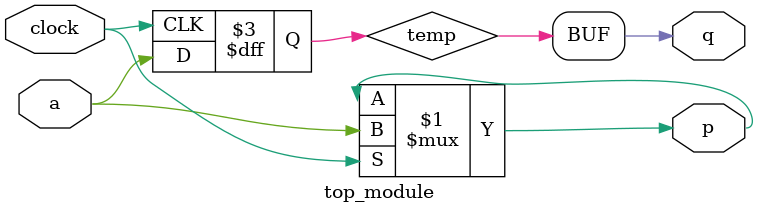
<source format=v>
module top_module (
    input clock,
    input a,
    output p,
    output q );
    wire temp;
    assign q=temp;
    assign p=clock?a:p;
    always@(negedge clock)
        temp<=a;   
endmodule

</source>
